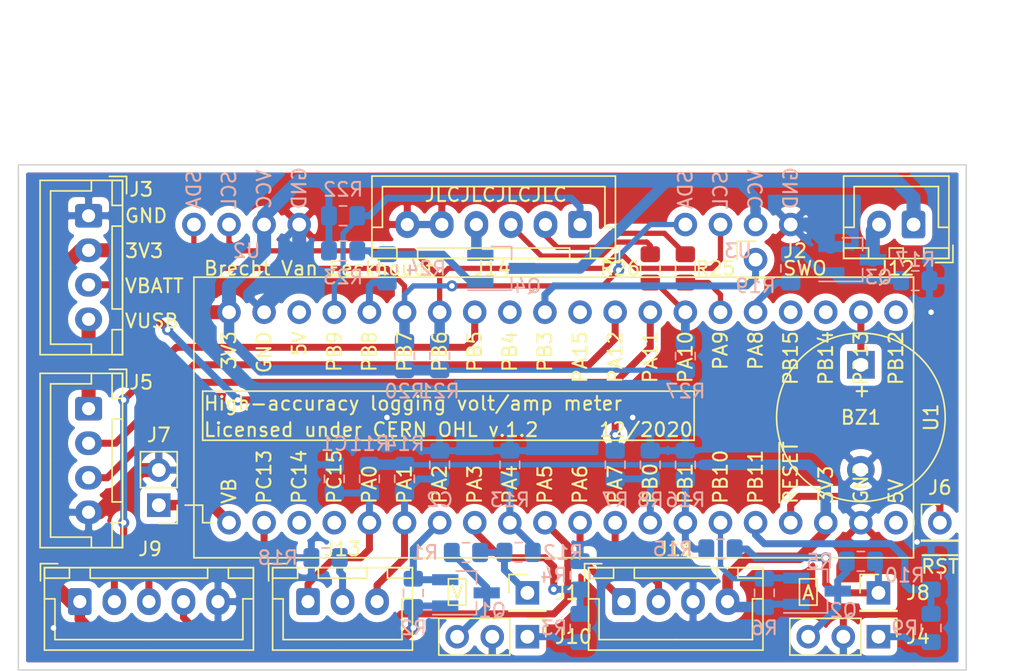
<source format=kicad_pcb>
(kicad_pcb (version 20171130) (host pcbnew 5.1.5-52549c5~86~ubuntu19.04.1)
  (title_block (title "High-accuracy logging volt/amp meter") (date 2020-12-26) (rev v1.0) (company "Brecht Van Eeckhoudt") (comment 1 kicad.brechtve.be))
  (layers (0 F.Cu signal) (31 B.Cu signal) (34 B.Paste user) (35 F.Paste user) (36 B.SilkS user) (37 F.SilkS user) (38 B.Mask user) (39 F.Mask user) (44 Edge.Cuts user))
  (net 0 "")
  (net 1 /GND)
  (net 2 /VUSB)
  (net 3 /USB_DM)
  (net 4 /USB_DP)
  (net 5 /TXD1_3V3)
  (net 6 /RXD1_3V3)
  (net 7 /TXD2_3V3)
  (net 8 /RXD2_3V3)
  (net 9 /3V3)
  (net 10 /RXD3_3V3)
  (net 11 /TXD3_3V3)
  (net 12 /TXD2_5V)
  (net 13 /RXD2_5V)
  (net 14 /RXD3_5V)
  (net 15 /TXD3_5V)
  (net 16 /SDA1_3V3)
  (net 17 /SCL1_3V3)
  (net 18 "Net-(Q3-Pad1)")
  (net 19 /Vbatt)
  (net 20 /DTR)
  (net 21 "Net-(Q4-Pad1)")
  (net 22 /ADC)
  (net 23 /GPIO2)
  (net 24 /GPIO1)
  (net 25 /UART1-3V3)
  (net 26 /V-5Vin)
  (net 27 /A-5Vin)
  (net 28 /ENC-S1)
  (net 29 /ENC-S2)
  (net 30 /ENC-Key)
  (net 31 /UART1-ENout)
  (net 32 /V-ENin)
  (net 33 /A-ENin)
  (net 34 /BUZZER)
  (net 35 /SW0)
  (net 36 /SW1)
  (net 37 /RELAY)
  (net 38 "Net-(J2-Pad1)")
  (net 39 "Net-(J6-Pad1)")
  (net 40 "Net-(J12-Pad2)")
  (net 41 "Net-(J13-Pad2)")
  (net 42 "Net-(J14-Pad3)")
  (net 43 "Net-(J14-Pad2)")
  (net 44 "Net-(J7-Pad1)")
  (module high-accuracy-logging-volt-ampmeter:1.3INCH-128x64-I2C-OLED-NoHoles (layer B.Cu) (at 127 76.835 180)
    (fp_text reference U2 (at 3.81 -1.905) (layer B.SilkS) (effects (justify mirror)))
    (fp_text value 1.3"-128x64)
    (fp_text user GND (at 0 1.016 270) (layer B.SilkS) (effects (justify right mirror)))
    (fp_text user VCC (at 2.54 1.016 270) (layer B.SilkS) (effects (justify right mirror)))
    (fp_text user SCL (at 5.08 1.016 270) (layer B.SilkS) (effects (justify right mirror)))
    (fp_text user SDA (at 7.62 1.016 270) (layer B.SilkS) (effects (justify right mirror)))
    (pad 1 thru_hole circle (at 0 0 180) (size 1.7 1.7) (drill 1) (layers *.Cu *.Mask) (net 1 /GND))
    (pad 2 thru_hole circle (at 2.54 0 180) (size 1.7 1.7) (drill 1) (layers *.Cu *.Mask) (net 9 /3V3))
    (pad 3 thru_hole circle (at 5.08 0 180) (size 1.7 1.7) (drill 1) (layers *.Cu *.Mask) (net 17 /SCL1_3V3))
    (pad 4 thru_hole circle (at 7.62 0 180) (size 1.7 1.7) (drill 1) (layers *.Cu *.Mask) (net 16 /SDA1_3V3))
  )
  (module Connector_PinHeader_2.54mm:PinHeader_1x02_P2.54mm_Vertical (layer F.Cu) (at 116.84 97.155 180)
    (fp_text reference J7 (at 0 5.08) (layer F.SilkS))
    (fp_text value 3V-Coincell)
    (pad 2 thru_hole oval (at 0 2.54 180) (size 1.7 1.7) (drill 1) (layers *.Cu *.Mask) (net 1 /GND))
    (pad 1 thru_hole rect (at 0 0 180) (size 1.7 1.7) (drill 1) (layers *.Cu *.Mask) (net 44 "Net-(J7-Pad1)"))
  )
  (module Buzzer_Beeper:Buzzer_12x9.5RM7.6 (layer F.Cu) (at 167.64 86.995 270)
    (fp_text reference BZ1 (at 3.81 0 180) (layer F.SilkS))
    (fp_text value Buzzer)
    (fp_text user + (at 1.905 0 90) (layer F.SilkS))
    (pad 2 thru_hole circle (at 7.6 0 270) (size 2 2) (drill 1) (layers *.Cu *.Mask) (net 1 /GND))
    (pad 1 thru_hole rect (at 0 0 270) (size 2 2) (drill 1) (layers *.Cu *.Mask) (net 34 /BUZZER))
  )
  (module high-accuracy-logging-volt-ampmeter:STM32F103 (layer F.Cu) (at 170.18 83.185 270)
    (fp_text reference U1 (at 7.62 -2.54 90) (layer F.SilkS))
    (fp_text value STM32F103)
    (fp_text user 5V (at 1.27 43.18 90) (layer F.SilkS) (effects (justify right)))
    (fp_text user PB9 (at 1.27 40.64 90) (layer F.SilkS) (effects (justify right)))
    (fp_text user PB8 (at 1.27 38.1 90) (layer F.SilkS) (effects (justify right)))
    (fp_text user PB7 (at 1.27 35.56 90) (layer F.SilkS) (effects (justify right)))
    (fp_text user PB6 (at 1.27 33.02 90) (layer F.SilkS) (effects (justify right)))
    (fp_text user PB5 (at 1.27 30.48 90) (layer F.SilkS) (effects (justify right)))
    (fp_text user PB4 (at 1.27 27.94 90) (layer F.SilkS) (effects (justify right)))
    (fp_text user PB3 (at 1.27 25.4 90) (layer F.SilkS) (effects (justify right)))
    (fp_text user PA15 (at 1.27 22.86 90) (layer F.SilkS) (effects (justify right)))
    (fp_text user PA12 (at 1.27 20.32 90) (layer F.SilkS) (effects (justify right)))
    (fp_text user PA11 (at 1.27 17.78 90) (layer F.SilkS) (effects (justify right)))
    (fp_text user PA10 (at 1.27 15.24 90) (layer F.SilkS) (effects (justify right)))
    (fp_text user PA9 (at 1.27 12.7 90) (layer F.SilkS) (effects (justify right)))
    (fp_text user PA8 (at 1.27 10.16 90) (layer F.SilkS) (effects (justify right)))
    (fp_text user PB15 (at 1.27 7.62 90) (layer F.SilkS) (effects (justify right)))
    (fp_text user PB14 (at 1.27 5.08 90) (layer F.SilkS) (effects (justify right)))
    (fp_text user PB13 (at 1.27 2.54 90) (layer F.SilkS) (effects (justify right)))
    (fp_text user PB12 (at 1.27 0 90) (layer F.SilkS) (effects (justify right)))
    (fp_text user GND (at 1.27 45.72 90) (layer F.SilkS) (effects (justify right)))
    (fp_text user 3V3 (at 1.27 48.26 90) (layer F.SilkS) (effects (justify right)))
    (fp_text user VB (at 13.97 48.26 90) (layer F.SilkS) (effects (justify left)))
    (fp_text user PC13 (at 13.97 45.72 90) (layer F.SilkS) (effects (justify left)))
    (fp_text user PC14 (at 13.97 43.18 90) (layer F.SilkS) (effects (justify left)))
    (fp_text user PC15 (at 13.97 40.64 90) (layer F.SilkS) (effects (justify left)))
    (fp_text user PA0 (at 13.97 38.1 90) (layer F.SilkS) (effects (justify left)))
    (fp_text user PA1 (at 13.97 35.56 90) (layer F.SilkS) (effects (justify left)))
    (fp_text user PA2 (at 13.97 33.02 90) (layer F.SilkS) (effects (justify left)))
    (fp_text user PA3 (at 13.97 30.48 90) (layer F.SilkS) (effects (justify left)))
    (fp_text user PA4 (at 13.97 27.94 90) (layer F.SilkS) (effects (justify left)))
    (fp_text user PA5 (at 13.97 25.4 90) (layer F.SilkS) (effects (justify left)))
    (fp_text user PA6 (at 13.97 22.86 90) (layer F.SilkS) (effects (justify left)))
    (fp_text user PA7 (at 13.97 20.32 90) (layer F.SilkS) (effects (justify left)))
    (fp_text user PB0 (at 13.97 17.78 90) (layer F.SilkS) (effects (justify left)))
    (fp_text user PB1 (at 13.97 15.24 90) (layer F.SilkS) (effects (justify left)))
    (fp_text user PB10 (at 13.97 12.7 90) (layer F.SilkS) (effects (justify left)))
    (fp_text user PB11 (at 13.97 10.16 90) (layer F.SilkS) (effects (justify left)))
    (fp_text user ~RESET (at 13.97 7.62 90) (layer F.SilkS) (effects (justify left)))
    (fp_text user 3V3 (at 13.97 5.08 90) (layer F.SilkS) (effects (justify left)))
    (fp_text user GND (at 13.97 2.54 90) (layer F.SilkS) (effects (justify left)))
    (fp_text user 5V (at 13.97 0 90) (layer F.SilkS) (effects (justify left)))
    (pad 40 thru_hole circle (at 15.24 0 270) (size 1.7 1.7) (drill 1) (layers *.Cu *.Mask))
    (pad 39 thru_hole circle (at 15.24 2.54 270) (size 1.7 1.7) (drill 1) (layers *.Cu *.Mask) (net 1 /GND))
    (pad 38 thru_hole circle (at 15.24 5.08 270) (size 1.7 1.7) (drill 1) (layers *.Cu *.Mask) (net 9 /3V3))
    (pad 37 thru_hole circle (at 15.24 7.62 270) (size 1.7 1.7) (drill 1) (layers *.Cu *.Mask) (net 39 "Net-(J6-Pad1)"))
    (pad 36 thru_hole circle (at 15.24 10.16 270) (size 1.7 1.7) (drill 1) (layers *.Cu *.Mask) (net 10 /RXD3_3V3))
    (pad 35 thru_hole circle (at 15.24 12.7 270) (size 1.7 1.7) (drill 1) (layers *.Cu *.Mask) (net 11 /TXD3_3V3))
    (pad 34 thru_hole circle (at 15.24 15.24 270) (size 1.7 1.7) (drill 1) (layers *.Cu *.Mask) (net 33 /A-ENin))
    (pad 33 thru_hole circle (at 15.24 17.78 270) (size 1.7 1.7) (drill 1) (layers *.Cu *.Mask) (net 22 /ADC))
    (pad 32 thru_hole circle (at 15.24 20.32 270) (size 1.7 1.7) (drill 1) (layers *.Cu *.Mask) (net 23 /GPIO2))
    (pad 31 thru_hole circle (at 15.24 22.86 270) (size 1.7 1.7) (drill 1) (layers *.Cu *.Mask) (net 24 /GPIO1))
    (pad 30 thru_hole circle (at 15.24 25.4 270) (size 1.7 1.7) (drill 1) (layers *.Cu *.Mask) (net 28 /ENC-S1))
    (pad 29 thru_hole circle (at 15.24 27.94 270) (size 1.7 1.7) (drill 1) (layers *.Cu *.Mask) (net 32 /V-ENin))
    (pad 28 thru_hole circle (at 15.24 30.48 270) (size 1.7 1.7) (drill 1) (layers *.Cu *.Mask) (net 8 /RXD2_3V3))
    (pad 27 thru_hole circle (at 15.24 33.02 270) (size 1.7 1.7) (drill 1) (layers *.Cu *.Mask) (net 7 /TXD2_3V3))
    (pad 26 thru_hole circle (at 15.24 35.56 270) (size 1.7 1.7) (drill 1) (layers *.Cu *.Mask) (net 36 /SW1))
    (pad 25 thru_hole circle (at 15.24 38.1 270) (size 1.7 1.7) (drill 1) (layers *.Cu *.Mask) (net 35 /SW0))
    (pad 24 thru_hole circle (at 15.24 40.64 270) (size 1.7 1.7) (drill 1) (layers *.Cu *.Mask))
    (pad 23 thru_hole circle (at 15.24 43.18 270) (size 1.7 1.7) (drill 1) (layers *.Cu *.Mask))
    (pad 22 thru_hole circle (at 15.24 45.72 270) (size 1.7 1.7) (drill 1) (layers *.Cu *.Mask) (net 29 /ENC-S2))
    (pad 21 thru_hole circle (at 15.24 48.26 270) (size 1.7 1.7) (drill 1) (layers *.Cu *.Mask) (net 44 "Net-(J7-Pad1)"))
    (pad 20 thru_hole circle (at 0 48.26 270) (size 1.7 1.7) (drill 1) (layers *.Cu *.Mask) (net 9 /3V3))
    (pad 19 thru_hole circle (at 0 45.72 270) (size 1.7 1.7) (drill 1) (layers *.Cu *.Mask) (net 1 /GND))
    (pad 18 thru_hole circle (at 0 43.18 270) (size 1.7 1.7) (drill 1) (layers *.Cu *.Mask))
    (pad 17 thru_hole circle (at 0 40.64 270) (size 1.7 1.7) (drill 1) (layers *.Cu *.Mask) (net 20 /DTR))
    (pad 16 thru_hole circle (at 0 38.1 270) (size 1.7 1.7) (drill 1) (layers *.Cu *.Mask) (net 31 /UART1-ENout))
    (pad 15 thru_hole circle (at 0 35.56 270) (size 1.7 1.7) (drill 1) (layers *.Cu *.Mask) (net 16 /SDA1_3V3))
    (pad 14 thru_hole circle (at 0 33.02 270) (size 1.7 1.7) (drill 1) (layers *.Cu *.Mask) (net 17 /SCL1_3V3))
    (pad 13 thru_hole circle (at 0 30.48 270) (size 1.7 1.7) (drill 1) (layers *.Cu *.Mask) (net 30 /ENC-Key))
    (pad 12 thru_hole circle (at 0 27.94 270) (size 1.7 1.7) (drill 1) (layers *.Cu *.Mask))
    (pad 11 thru_hole circle (at 0 25.4 270) (size 1.7 1.7) (drill 1) (layers *.Cu *.Mask) (net 38 "Net-(J2-Pad1)"))
    (pad 10 thru_hole circle (at 0 22.86 270) (size 1.7 1.7) (drill 1) (layers *.Cu *.Mask))
    (pad 9 thru_hole circle (at 0 20.32 270) (size 1.7 1.7) (drill 1) (layers *.Cu *.Mask) (net 4 /USB_DP))
    (pad 8 thru_hole circle (at 0 17.78 270) (size 1.7 1.7) (drill 1) (layers *.Cu *.Mask) (net 3 /USB_DM))
    (pad 7 thru_hole circle (at 0 15.24 270) (size 1.7 1.7) (drill 1) (layers *.Cu *.Mask) (net 6 /RXD1_3V3))
    (pad 6 thru_hole circle (at 0 12.7 270) (size 1.7 1.7) (drill 1) (layers *.Cu *.Mask) (net 5 /TXD1_3V3))
    (pad 5 thru_hole circle (at 0 10.16 270) (size 1.7 1.7) (drill 1) (layers *.Cu *.Mask) (net 37 /RELAY))
    (pad 4 thru_hole circle (at 0 7.62 270) (size 1.7 1.7) (drill 1) (layers *.Cu *.Mask))
    (pad 3 thru_hole circle (at 0 5.08 270) (size 1.7 1.7) (drill 1) (layers *.Cu *.Mask))
    (pad 2 thru_hole circle (at 0 2.54 270) (size 1.7 1.7) (drill 1) (layers *.Cu *.Mask) (net 34 /BUZZER))
    (pad 1 thru_hole circle (at 0 0 270) (size 1.7 1.7) (drill 1) (layers *.Cu *.Mask))
  )
  (module Connector_JST:JST_XH_B4B-XH-A_1x04_P2.50mm_Vertical (layer F.Cu) (at 150.495 104.14)
    (fp_text reference J11 (at 3.75 -3.81) (layer F.SilkS))
    (fp_text value GPIO)
    (pad 4 thru_hole oval (at 7.5 0) (size 1.7 1.95) (drill 0.95) (layers *.Cu *.Mask) (net 9 /3V3))
    (pad 3 thru_hole oval (at 5 0) (size 1.7 1.95) (drill 0.95) (layers *.Cu *.Mask) (net 1 /GND))
    (pad 2 thru_hole oval (at 2.5 0) (size 1.7 1.95) (drill 0.95) (layers *.Cu *.Mask) (net 23 /GPIO2))
    (pad 1 thru_hole roundrect (at 0 0) (size 1.7 1.95) (drill 0.95) (layers *.Cu *.Mask) (roundrect_rratio 0.147059) (net 24 /GPIO1))
  )
  (module Connector_PinHeader_2.54mm:PinHeader_1x03_P2.54mm_Vertical (layer F.Cu) (at 143.51 106.68 270)
    (fp_text reference J10 (at 0 -1.905 180) (layer F.SilkS) (effects (justify left)))
    (fp_text value "BY56W Current")
    (pad 3 thru_hole oval (at 0 5.08 270) (size 1.7 1.7) (drill 1) (layers *.Cu *.Mask) (net 12 /TXD2_5V))
    (pad 2 thru_hole oval (at 0 2.54 270) (size 1.7 1.7) (drill 1) (layers *.Cu *.Mask) (net 1 /GND))
    (pad 1 thru_hole rect (at 0 0 270) (size 1.7 1.7) (drill 1) (layers *.Cu *.Mask) (net 13 /RXD2_5V))
  )
  (module Connector_JST:JST_XH_B4B-XH-A_1x04_P2.50mm_Vertical (layer F.Cu) (at 111.76 76.2 270)
    (fp_text reference J3 (at -1.905 -3.81 180) (layer F.SilkS))
    (fp_text value Vin/batt/out)
    (pad 4 thru_hole oval (at 7.5 0 270) (size 1.7 1.95) (drill 0.95) (layers *.Cu *.Mask) (net 2 /VUSB))
    (pad 3 thru_hole oval (at 5 0 270) (size 1.7 1.95) (drill 0.95) (layers *.Cu *.Mask) (net 19 /Vbatt))
    (pad 2 thru_hole oval (at 2.5 0 270) (size 1.7 1.95) (drill 0.95) (layers *.Cu *.Mask) (net 9 /3V3))
    (pad 1 thru_hole roundrect (at 0 0 270) (size 1.7 1.95) (drill 0.95) (layers *.Cu *.Mask) (roundrect_rratio 0.147059) (net 1 /GND))
  )
  (module Package_TO_SOT_SMD:SOT-23_Handsoldering (layer B.Cu) (at 167.005 79.375)
    (fp_text reference Q3 (at 1.905 1.27) (layer B.SilkS) (effects (justify mirror)))
    (fp_text value 2N7002-7-F)
    (pad 3 smd rect (at 1.5 0) (size 1.9 0.8) (layers B.Cu B.Paste B.Mask) (net 40 "Net-(J12-Pad2)"))
    (pad 2 smd rect (at -1.5 -0.95) (size 1.9 0.8) (layers B.Cu B.Paste B.Mask) (net 1 /GND))
    (pad 1 smd rect (at -1.5 0.95) (size 1.9 0.8) (layers B.Cu B.Paste B.Mask) (net 18 "Net-(Q3-Pad1)"))
  )
  (module Resistor_SMD:R_0805_2012Metric_Pad1.15x1.40mm_HandSolder (layer B.Cu) (at 154.94 94.234 90)
    (fp_text reference R16 (at -2.54 0 180) (layer B.SilkS) (effects (justify mirror)))
    (fp_text value "2 kΩ")
    (pad 2 smd roundrect (at 1.025 0 90) (size 1.15 1.4) (layers B.Cu B.Paste B.Mask) (roundrect_rratio 0.217391) (net 1 /GND))
    (pad 1 smd roundrect (at -1.025 0 90) (size 1.15 1.4) (layers B.Cu B.Paste B.Mask) (roundrect_rratio 0.217391) (net 33 /A-ENin))
  )
  (module Resistor_SMD:R_0805_2012Metric_Pad1.15x1.40mm_HandSolder (layer B.Cu) (at 157.48 100.33 180)
    (fp_text reference R15 (at 1.905 0) (layer B.SilkS) (effects (justify left mirror)))
    (fp_text value "1 kΩ")
    (pad 2 smd roundrect (at 1.025 0 180) (size 1.15 1.4) (layers B.Cu B.Paste B.Mask) (roundrect_rratio 0.217391) (net 33 /A-ENin))
    (pad 1 smd roundrect (at -1.025 0 180) (size 1.15 1.4) (layers B.Cu B.Paste B.Mask) (roundrect_rratio 0.217391) (net 27 /A-5Vin))
  )
  (module Resistor_SMD:R_0805_2012Metric_Pad1.15x1.40mm_HandSolder (layer B.Cu) (at 142.24 94.234 90)
    (fp_text reference R13 (at -2.54 0 180) (layer B.SilkS) (effects (justify mirror)))
    (fp_text value "2 kΩ")
    (pad 2 smd roundrect (at 1.025 0 90) (size 1.15 1.4) (layers B.Cu B.Paste B.Mask) (roundrect_rratio 0.217391) (net 1 /GND))
    (pad 1 smd roundrect (at -1.025 0 90) (size 1.15 1.4) (layers B.Cu B.Paste B.Mask) (roundrect_rratio 0.217391) (net 32 /V-ENin))
  )
  (module Resistor_SMD:R_0805_2012Metric_Pad1.15x1.40mm_HandSolder (layer B.Cu) (at 142.875 100.575)
    (fp_text reference R12 (at 1.66 0.009) (layer B.SilkS) (effects (justify right mirror)))
    (fp_text value "1 kΩ")
    (pad 2 smd roundrect (at 1.025 0) (size 1.15 1.4) (layers B.Cu B.Paste B.Mask) (roundrect_rratio 0.217391) (net 32 /V-ENin))
    (pad 1 smd roundrect (at -1.025 0) (size 1.15 1.4) (layers B.Cu B.Paste B.Mask) (roundrect_rratio 0.217391) (net 26 /V-5Vin))
  )
  (module Resistor_SMD:R_0805_2012Metric_Pad1.15x1.40mm_HandSolder (layer B.Cu) (at 152.4 94.2303 90)
    (fp_text reference R8 (at -2.549 0 180) (layer B.SilkS) (effects (justify mirror)))
    (fp_text value "20 kΩ")
    (pad 2 smd roundrect (at 1.025 0 90) (size 1.15 1.4) (layers B.Cu B.Paste B.Mask) (roundrect_rratio 0.217391) (net 1 /GND))
    (pad 1 smd roundrect (at -1.025 0 90) (size 1.15 1.4) (layers B.Cu B.Paste B.Mask) (roundrect_rratio 0.217391) (net 22 /ADC))
  )
  (module Resistor_SMD:R_0805_2012Metric_Pad1.15x1.40mm_HandSolder (layer B.Cu) (at 149.86 94.2303 270)
    (fp_text reference R7 (at 2.549 0 180) (layer B.SilkS) (effects (justify mirror)))
    (fp_text value "10 kΩ")
    (pad 1 smd roundrect (at -1.025 0 270) (size 1.15 1.4) (layers B.Cu B.Paste B.Mask) (roundrect_rratio 0.217391) (net 19 /Vbatt))
    (pad 2 smd roundrect (at 1.025 0 270) (size 1.15 1.4) (layers B.Cu B.Paste B.Mask) (roundrect_rratio 0.217391) (net 22 /ADC))
  )
  (module Resistor_SMD:R_0805_2012Metric_Pad1.15x1.40mm_HandSolder (layer B.Cu) (at 130.175 76.2)
    (fp_text reference R22 (at 0 -1.905) (layer B.SilkS) (effects (justify mirror)))
    (fp_text value "10 kΩ")
    (pad 2 smd roundrect (at 1.025 0) (size 1.15 1.4) (layers B.Cu B.Paste B.Mask) (roundrect_rratio 0.217391) (net 20 /DTR))
    (pad 1 smd roundrect (at -1.025 0) (size 1.15 1.4) (layers B.Cu B.Paste B.Mask) (roundrect_rratio 0.217391) (net 9 /3V3))
  )
  (module high-accuracy-logging-volt-ampmeter:1.3INCH-128x64-I2C-OLED-NoHoles (layer B.Cu) (at 162.56 76.835 180)
    (fp_text reference U3 (at 3.81 -1.905) (layer B.SilkS) (effects (justify mirror)))
    (fp_text value 1.3"-128x64)
    (fp_text user GND (at 0 1.016 90) (layer B.SilkS) (effects (justify right mirror)))
    (fp_text user VCC (at 2.54 1.016 270) (layer B.SilkS) (effects (justify right mirror)))
    (fp_text user SCL (at 5.08 1.016 270) (layer B.SilkS) (effects (justify right mirror)))
    (fp_text user SDA (at 7.62 1.016 270) (layer B.SilkS) (effects (justify right mirror)))
    (pad 1 thru_hole circle (at 0 0 180) (size 1.7 1.7) (drill 1) (layers *.Cu *.Mask) (net 1 /GND))
    (pad 2 thru_hole circle (at 2.54 0 180) (size 1.7 1.7) (drill 1) (layers *.Cu *.Mask) (net 9 /3V3))
    (pad 3 thru_hole circle (at 5.08 0 180) (size 1.7 1.7) (drill 1) (layers *.Cu *.Mask) (net 17 /SCL1_3V3))
    (pad 4 thru_hole circle (at 7.62 0 180) (size 1.7 1.7) (drill 1) (layers *.Cu *.Mask) (net 16 /SDA1_3V3))
  )
  (module Resistor_SMD:R_0805_2012Metric_Pad1.15x1.40mm_HandSolder (layer B.Cu) (at 162.56 80.01 90)
    (fp_text reference R19 (at -1.27 -2.54 180) (layer B.SilkS) (effects (justify mirror)))
    (fp_text value "100 Ω")
    (pad 2 smd roundrect (at 1.025 0 90) (size 1.15 1.4) (layers B.Cu B.Paste B.Mask) (roundrect_rratio 0.217391) (net 18 "Net-(Q3-Pad1)"))
    (pad 1 smd roundrect (at -1.025 0 90) (size 1.15 1.4) (layers B.Cu B.Paste B.Mask) (roundrect_rratio 0.217391) (net 37 /RELAY))
  )
  (module Resistor_SMD:R_0805_2012Metric_Pad1.15x1.40mm_HandSolder (layer B.Cu) (at 133.35 80.01 90)
    (fp_text reference R24 (at 0 1.27 180) (layer B.SilkS) (effects (justify right mirror)))
    (fp_text value "100 Ω")
    (pad 2 smd roundrect (at 1.025 0 90) (size 1.15 1.4) (layers B.Cu B.Paste B.Mask) (roundrect_rratio 0.217391) (net 21 "Net-(Q4-Pad1)"))
    (pad 1 smd roundrect (at -1.025 0 90) (size 1.15 1.4) (layers B.Cu B.Paste B.Mask) (roundrect_rratio 0.217391) (net 31 /UART1-ENout))
  )
  (module Resistor_SMD:R_0805_2012Metric_Pad1.15x1.40mm_HandSolder (layer B.Cu) (at 128.905 100.965 180)
    (fp_text reference R18 (at 1.905 0) (layer B.SilkS) (effects (justify left mirror)))
    (fp_text value "1 kΩ")
    (pad 2 smd roundrect (at 1.025 0 180) (size 1.15 1.4) (layers B.Cu B.Paste B.Mask) (roundrect_rratio 0.217391) (net 1 /GND))
    (pad 1 smd roundrect (at -1.025 0 180) (size 1.15 1.4) (layers B.Cu B.Paste B.Mask) (roundrect_rratio 0.217391) (net 41 "Net-(J13-Pad2)"))
  )
  (module Capacitor_SMD:C_0805_2012Metric_Pad1.15x1.40mm_HandSolder (layer B.Cu) (at 137.16 94.234 90)
    (fp_text reference C2 (at -2.54 0 180) (layer B.SilkS) (effects (justify mirror)))
    (fp_text value "100 nF")
    (pad 2 smd roundrect (at 1.025 0 90) (size 1.15 1.4) (layers B.Cu B.Paste B.Mask) (roundrect_rratio 0.217391) (net 1 /GND))
    (pad 1 smd roundrect (at -1.025 0 90) (size 1.15 1.4) (layers B.Cu B.Paste B.Mask) (roundrect_rratio 0.217391) (net 36 /SW1))
  )
  (module Capacitor_SMD:C_0805_2012Metric_Pad1.15x1.40mm_HandSolder (layer B.Cu) (at 129.54 95.25 270)
    (fp_text reference C1 (at -2.54 0 180) (layer B.SilkS) (effects (justify mirror)))
    (fp_text value "100 nF")
    (pad 2 smd roundrect (at 1.025 0 270) (size 1.15 1.4) (layers B.Cu B.Paste B.Mask) (roundrect_rratio 0.217391) (net 35 /SW0))
    (pad 1 smd roundrect (at -1.025 0 270) (size 1.15 1.4) (layers B.Cu B.Paste B.Mask) (roundrect_rratio 0.217391) (net 1 /GND))
  )
  (module Resistor_SMD:R_0805_2012Metric_Pad1.15x1.40mm_HandSolder (layer B.Cu) (at 134.62 95.25 90)
    (fp_text reference R14 (at 2.54 0 180) (layer B.SilkS) (effects (justify mirror)))
    (fp_text value "10 kΩ")
    (pad 2 smd roundrect (at 1.025 0 90) (size 1.15 1.4) (layers B.Cu B.Paste B.Mask) (roundrect_rratio 0.217391) (net 9 /3V3))
    (pad 1 smd roundrect (at -1.025 0 90) (size 1.15 1.4) (layers B.Cu B.Paste B.Mask) (roundrect_rratio 0.217391) (net 36 /SW1))
  )
  (module Resistor_SMD:R_0805_2012Metric_Pad1.15x1.40mm_HandSolder (layer B.Cu) (at 132.08 95.25 270)
    (fp_text reference R11 (at -2.54 0 180) (layer B.SilkS) (effects (justify mirror)))
    (fp_text value "10 kΩ")
    (pad 2 smd roundrect (at 1.025 0 270) (size 1.15 1.4) (layers B.Cu B.Paste B.Mask) (roundrect_rratio 0.217391) (net 35 /SW0))
    (pad 1 smd roundrect (at -1.025 0 270) (size 1.15 1.4) (layers B.Cu B.Paste B.Mask) (roundrect_rratio 0.217391) (net 9 /3V3))
  )
  (module Resistor_SMD:R_0805_2012Metric_Pad1.15x1.40mm_HandSolder (layer B.Cu) (at 171.577 80.899)
    (fp_text reference R17 (at 0 -1.524 -180) (layer B.SilkS) (effects (justify mirror)))
    (fp_text value "10 kΩ")
    (pad 2 smd roundrect (at 1.025 0) (size 1.15 1.4) (layers B.Cu B.Paste B.Mask) (roundrect_rratio 0.217391) (net 1 /GND))
    (pad 1 smd roundrect (at -1.025 0) (size 1.15 1.4) (layers B.Cu B.Paste B.Mask) (roundrect_rratio 0.217391) (net 18 "Net-(Q3-Pad1)"))
  )
  (module Resistor_SMD:R_0805_2012Metric_Pad1.15x1.40mm_HandSolder (layer B.Cu) (at 130.175 78.74)
    (fp_text reference R23 (at 0 1.905 180) (layer B.SilkS) (effects (justify mirror)))
    (fp_text value "10 kΩ")
    (pad 2 smd roundrect (at 1.025 0) (size 1.15 1.4) (layers B.Cu B.Paste B.Mask) (roundrect_rratio 0.217391) (net 21 "Net-(Q4-Pad1)"))
    (pad 1 smd roundrect (at -1.025 0) (size 1.15 1.4) (layers B.Cu B.Paste B.Mask) (roundrect_rratio 0.217391) (net 9 /3V3))
  )
  (module Resistor_SMD:R_0805_2012Metric_Pad1.15x1.40mm_HandSolder (layer B.Cu) (at 160.655 103.505 270)
    (fp_text reference R6 (at 2.54 0) (layer B.SilkS) (effects (justify mirror)))
    (fp_text value "10 kΩ")
    (pad 2 smd roundrect (at 1.025 0 270) (size 1.15 1.4) (layers B.Cu B.Paste B.Mask) (roundrect_rratio 0.217391) (net 9 /3V3))
    (pad 1 smd roundrect (at -1.025 0 270) (size 1.15 1.4) (layers B.Cu B.Paste B.Mask) (roundrect_rratio 0.217391) (net 11 /TXD3_3V3))
  )
  (module Resistor_SMD:R_0805_2012Metric_Pad1.15x1.40mm_HandSolder (layer B.Cu) (at 139.065 100.584)
    (fp_text reference R1 (at -1.905 0) (layer B.SilkS) (effects (justify left mirror)))
    (fp_text value "10 kΩ")
    (pad 1 smd roundrect (at -1.025 0) (size 1.15 1.4) (layers B.Cu B.Paste B.Mask) (roundrect_rratio 0.217391) (net 12 /TXD2_5V))
    (pad 2 smd roundrect (at 1.025 0) (size 1.15 1.4) (layers B.Cu B.Paste B.Mask) (roundrect_rratio 0.217391) (net 26 /V-5Vin))
  )
  (module Connector_JST:JST_XH_B5B-XH-A_1x05_P2.50mm_Vertical (layer F.Cu) (at 111.125 104.14)
    (fp_text reference J9 (at 5.08 -3.81) (layer F.SilkS))
    (fp_text value Encoder)
    (pad 5 thru_hole oval (at 10 0) (size 1.7 1.95) (drill 0.95) (layers *.Cu *.Mask) (net 1 /GND))
    (pad 4 thru_hole oval (at 7.5 0) (size 1.7 1.95) (drill 0.95) (layers *.Cu *.Mask) (net 28 /ENC-S1))
    (pad 3 thru_hole oval (at 5 0) (size 1.7 1.95) (drill 0.95) (layers *.Cu *.Mask) (net 29 /ENC-S2))
    (pad 2 thru_hole oval (at 2.5 0) (size 1.7 1.95) (drill 0.95) (layers *.Cu *.Mask) (net 30 /ENC-Key))
    (pad 1 thru_hole roundrect (at 0 0) (size 1.7 1.95) (drill 0.95) (layers *.Cu *.Mask) (roundrect_rratio 0.147059) (net 9 /3V3))
  )
  (module Connector_JST:JST_XH_B2B-XH-A_1x02_P2.50mm_Vertical (layer F.Cu) (at 171.45 76.835 180)
    (fp_text reference J12 (at 1.27 -3.175) (layer F.SilkS))
    (fp_text value Relay)
    (pad 2 thru_hole oval (at 2.5 0 180) (size 1.7 2) (drill 1) (layers *.Cu *.Mask) (net 40 "Net-(J12-Pad2)"))
    (pad 1 thru_hole roundrect (at 0 0 180) (size 1.7 2) (drill 1) (layers *.Cu *.Mask) (roundrect_rratio 0.147059) (net 9 /3V3))
  )
  (module Resistor_SMD:R_0805_2012Metric_Pad1.15x1.40mm_HandSolder (layer B.Cu) (at 167.64 101.219 180)
    (fp_text reference R5 (at 1.905 0 180) (layer B.SilkS) (effects (justify left mirror)))
    (fp_text value "10 kΩ")
    (pad 1 smd roundrect (at -1.025 0 180) (size 1.15 1.4) (layers B.Cu B.Paste B.Mask) (roundrect_rratio 0.217391) (net 27 /A-5Vin))
    (pad 2 smd roundrect (at 1.025 0 180) (size 1.15 1.4) (layers B.Cu B.Paste B.Mask) (roundrect_rratio 0.217391) (net 15 /TXD3_5V))
  )
  (module Resistor_SMD:R_0805_2012Metric_Pad1.15x1.40mm_HandSolder (layer B.Cu) (at 135.255 103.505 90)
    (fp_text reference R2 (at -2.54 0 180) (layer B.SilkS) (effects (justify mirror)))
    (fp_text value "10 kΩ")
    (pad 2 smd roundrect (at 1.025 0 90) (size 1.15 1.4) (layers B.Cu B.Paste B.Mask) (roundrect_rratio 0.217391) (net 7 /TXD2_3V3))
    (pad 1 smd roundrect (at -1.025 0 90) (size 1.15 1.4) (layers B.Cu B.Paste B.Mask) (roundrect_rratio 0.217391) (net 9 /3V3))
  )
  (module Resistor_SMD:R_0805_2012Metric_Pad1.15x1.40mm_HandSolder (layer B.Cu) (at 172.72 102.235 90)
    (fp_text reference R10 (at 0 -1.905 180) (layer B.SilkS) (effects (justify mirror)))
    (fp_text value "2 kΩ")
    (pad 2 smd roundrect (at 1.025 0 90) (size 1.15 1.4) (layers B.Cu B.Paste B.Mask) (roundrect_rratio 0.217391) (net 1 /GND))
    (pad 1 smd roundrect (at -1.025 0 90) (size 1.15 1.4) (layers B.Cu B.Paste B.Mask) (roundrect_rratio 0.217391) (net 10 /RXD3_3V3))
  )
  (module Resistor_SMD:R_0805_2012Metric_Pad1.15x1.40mm_HandSolder (layer B.Cu) (at 172.72 106.045 90)
    (fp_text reference R9 (at 0 -1.905 180) (layer B.SilkS) (effects (justify mirror)))
    (fp_text value "1 kΩ")
    (pad 2 smd roundrect (at 1.025 0 90) (size 1.15 1.4) (layers B.Cu B.Paste B.Mask) (roundrect_rratio 0.217391) (net 10 /RXD3_3V3))
    (pad 1 smd roundrect (at -1.025 0 90) (size 1.15 1.4) (layers B.Cu B.Paste B.Mask) (roundrect_rratio 0.217391) (net 14 /RXD3_5V))
  )
  (module Resistor_SMD:R_0805_2012Metric_Pad1.15x1.40mm_HandSolder (layer B.Cu) (at 147.32 102.235 90)
    (fp_text reference R4 (at 0 -1.905 180) (layer B.SilkS) (effects (justify mirror)))
    (fp_text value "2 kΩ")
    (pad 2 smd roundrect (at 1.025 0 90) (size 1.15 1.4) (layers B.Cu B.Paste B.Mask) (roundrect_rratio 0.217391) (net 1 /GND))
    (pad 1 smd roundrect (at -1.025 0 90) (size 1.15 1.4) (layers B.Cu B.Paste B.Mask) (roundrect_rratio 0.217391) (net 8 /RXD2_3V3))
  )
  (module Resistor_SMD:R_0805_2012Metric_Pad1.15x1.40mm_HandSolder (layer B.Cu) (at 147.32 106.045 90)
    (fp_text reference R3 (at 0 -1.905 180) (layer B.SilkS) (effects (justify mirror)))
    (fp_text value "1 kΩ")
    (pad 2 smd roundrect (at 1.025 0 90) (size 1.15 1.4) (layers B.Cu B.Paste B.Mask) (roundrect_rratio 0.217391) (net 8 /RXD2_3V3))
    (pad 1 smd roundrect (at -1.025 0 90) (size 1.15 1.4) (layers B.Cu B.Paste B.Mask) (roundrect_rratio 0.217391) (net 13 /RXD2_5V))
  )
  (module Package_TO_SOT_SMD:SOT-23_Handsoldering (layer B.Cu) (at 141.605 80.01)
    (fp_text reference Q4 (at 1.905 1.27) (layer B.SilkS) (effects (justify mirror)))
    (fp_text value 2N7002-7-F)
    (pad 3 smd rect (at 1.5 0) (size 1.9 0.8) (layers B.Cu B.Paste B.Mask) (net 9 /3V3))
    (pad 2 smd rect (at -1.5 -0.95) (size 1.9 0.8) (layers B.Cu B.Paste B.Mask) (net 25 /UART1-3V3))
    (pad 1 smd rect (at -1.5 0.95) (size 1.9 0.8) (layers B.Cu B.Paste B.Mask) (net 21 "Net-(Q4-Pad1)"))
  )
  (module Package_TO_SOT_SMD:SOT-23_Handsoldering (layer B.Cu) (at 164.465 103.378)
    (fp_text reference Q2 (at 1.905 1.397) (layer B.SilkS) (effects (justify mirror)))
    (fp_text value 2N7002-7-F)
    (pad 3 smd rect (at 1.5 0) (size 1.9 0.8) (layers B.Cu B.Paste B.Mask) (net 15 /TXD3_5V))
    (pad 2 smd rect (at -1.5 -0.95) (size 1.9 0.8) (layers B.Cu B.Paste B.Mask) (net 11 /TXD3_3V3))
    (pad 1 smd rect (at -1.5 0.95) (size 1.9 0.8) (layers B.Cu B.Paste B.Mask) (net 9 /3V3))
  )
  (module Package_TO_SOT_SMD:SOT-23_Handsoldering (layer B.Cu) (at 139.065 103.505)
    (fp_text reference Q1 (at 1.905 1.27) (layer B.SilkS) (effects (justify mirror)))
    (fp_text value 2N7002-7-F)
    (pad 1 smd rect (at -1.5 0.95) (size 1.9 0.8) (layers B.Cu B.Paste B.Mask) (net 9 /3V3))
    (pad 2 smd rect (at -1.5 -0.95) (size 1.9 0.8) (layers B.Cu B.Paste B.Mask) (net 7 /TXD2_3V3))
    (pad 3 smd rect (at 1.5 0) (size 1.9 0.8) (layers B.Cu B.Paste B.Mask) (net 12 /TXD2_5V))
  )
  (module Connector_PinHeader_2.54mm:PinHeader_1x01_P2.54mm_Vertical (layer F.Cu) (at 168.91 103.505)
    (fp_text reference J8 (at 1.905 0) (layer F.SilkS) (effects (justify left)))
    (fp_text value 5Vin-Current)
    (pad 1 thru_hole rect (at 0 0) (size 1.7 1.7) (drill 1) (layers *.Cu *.Mask) (net 27 /A-5Vin))
  )
  (module Connector_PinHeader_2.54mm:PinHeader_1x01_P2.54mm_Vertical (layer F.Cu) (at 143.51 103.505)
    (fp_text reference J1 (at 1.905 0) (layer F.SilkS) (effects (justify left)))
    (fp_text value 5Vin-Voltage)
    (pad 1 thru_hole rect (at 0 0) (size 1.7 1.7) (drill 1) (layers *.Cu *.Mask) (net 26 /V-5Vin))
  )
  (module Resistor_SMD:R_0805_2012Metric_Pad1.15x1.40mm_HandSolder (layer B.Cu) (at 154.94 86.36 90)
    (fp_text reference R27 (at -2.54 0 180) (layer B.SilkS) (effects (justify mirror)))
    (fp_text value "10 kΩ")
    (pad 2 smd roundrect (at 1.025 0 90) (size 1.15 1.4) (layers B.Cu B.Paste B.Mask) (roundrect_rratio 0.217391) (net 6 /RXD1_3V3))
    (pad 1 smd roundrect (at -1.025 0 90) (size 1.15 1.4) (layers B.Cu B.Paste B.Mask) (roundrect_rratio 0.217391) (net 9 /3V3))
  )
  (module Connector_PinHeader_2.54mm:PinHeader_1x01_P2.54mm_Vertical (layer F.Cu) (at 173.355 98.425)
    (fp_text reference J6 (at 0 -2.54) (layer F.SilkS))
    (fp_text value ~RESET)
    (pad 1 thru_hole circle (at 0 0) (size 1.7 1.7) (drill 1) (layers *.Cu *.Mask) (net 39 "Net-(J6-Pad1)"))
  )
  (module Resistor_SMD:R_0805_2012Metric_Pad1.15x1.40mm_HandSolder (layer B.Cu) (at 137.16 86.36 90)
    (fp_text reference R21 (at -2.54 0 180) (layer B.SilkS) (effects (justify mirror)))
    (fp_text value "10 kΩ")
    (pad 2 smd roundrect (at 1.025 0 90) (size 1.15 1.4) (layers B.Cu B.Paste B.Mask) (roundrect_rratio 0.217391) (net 17 /SCL1_3V3))
    (pad 1 smd roundrect (at -1.025 0 90) (size 1.15 1.4) (layers B.Cu B.Paste B.Mask) (roundrect_rratio 0.217391) (net 9 /3V3))
  )
  (module Resistor_SMD:R_0805_2012Metric_Pad1.15x1.40mm_HandSolder (layer B.Cu) (at 134.62 86.36 90)
    (fp_text reference R20 (at -2.54 0 180) (layer B.SilkS) (effects (justify mirror)))
    (fp_text value "10 kΩ")
    (pad 2 smd roundrect (at 1.025 0 90) (size 1.15 1.4) (layers B.Cu B.Paste B.Mask) (roundrect_rratio 0.217391) (net 16 /SDA1_3V3))
    (pad 1 smd roundrect (at -1.025 0 90) (size 1.15 1.4) (layers B.Cu B.Paste B.Mask) (roundrect_rratio 0.217391) (net 9 /3V3))
  )
  (module Resistor_SMD:R_0805_2012Metric_Pad1.15x1.40mm_HandSolder (layer F.Cu) (at 152.4 80.01 270)
    (fp_text reference R26 (at 0 0.635 180) (layer F.SilkS) (effects (justify right)))
    (fp_text value "100 Ω")
    (pad 2 smd roundrect (at 1.025 0 270) (size 1.15 1.4) (layers F.Cu F.Paste F.Mask) (roundrect_rratio 0.217391) (net 6 /RXD1_3V3))
    (pad 1 smd roundrect (at -1.025 0 270) (size 1.15 1.4) (layers F.Cu F.Paste F.Mask) (roundrect_rratio 0.217391) (net 42 "Net-(J14-Pad3)"))
  )
  (module Resistor_SMD:R_0805_2012Metric_Pad1.15x1.40mm_HandSolder (layer F.Cu) (at 154.94 80.01 90)
    (fp_text reference R25 (at 0 0.635 180) (layer F.SilkS) (effects (justify left)))
    (fp_text value "100 Ω")
    (pad 2 smd roundrect (at 1.025 0 90) (size 1.15 1.4) (layers F.Cu F.Paste F.Mask) (roundrect_rratio 0.217391) (net 43 "Net-(J14-Pad2)"))
    (pad 1 smd roundrect (at -1.025 0 90) (size 1.15 1.4) (layers F.Cu F.Paste F.Mask) (roundrect_rratio 0.217391) (net 5 /TXD1_3V3))
  )
  (module Connector_JST:JST_XH_B6B-XH-A_1x06_P2.50mm_Vertical (layer F.Cu) (at 147.32 76.835 180)
    (fp_text reference J14 (at 6.35 -3.175) (layer F.SilkS))
    (fp_text value "UART Out")
    (pad 6 thru_hole oval (at 12.5 0 180) (size 1.7 1.95) (drill 0.95) (layers *.Cu *.Mask) (net 1 /GND))
    (pad 5 thru_hole oval (at 10 0 180) (size 1.7 1.95) (drill 0.95) (layers *.Cu *.Mask) (net 1 /GND))
    (pad 4 thru_hole oval (at 7.5 0 180) (size 1.7 1.95) (drill 0.95) (layers *.Cu *.Mask) (net 25 /UART1-3V3))
    (pad 3 thru_hole oval (at 5 0 180) (size 1.7 1.95) (drill 0.95) (layers *.Cu *.Mask) (net 42 "Net-(J14-Pad3)"))
    (pad 2 thru_hole oval (at 2.5 0 180) (size 1.7 1.95) (drill 0.95) (layers *.Cu *.Mask) (net 43 "Net-(J14-Pad2)"))
    (pad 1 thru_hole roundrect (at 0 0 180) (size 1.7 1.95) (drill 0.95) (layers *.Cu *.Mask) (roundrect_rratio 0.147059) (net 20 /DTR))
  )
  (module Connector_JST:JST_XH_B3B-XH-A_1x03_P2.50mm_Vertical (layer F.Cu) (at 127.635 104.14)
    (fp_text reference J13 (at 2.5 -3.81) (layer F.SilkS))
    (fp_text value Switch)
    (pad 3 thru_hole oval (at 5 0) (size 1.7 1.95) (drill 0.95) (layers *.Cu *.Mask) (net 36 /SW1))
    (pad 2 thru_hole oval (at 2.5 0) (size 1.7 1.95) (drill 0.95) (layers *.Cu *.Mask) (net 41 "Net-(J13-Pad2)"))
    (pad 1 thru_hole roundrect (at 0 0) (size 1.7 1.95) (drill 0.95) (layers *.Cu *.Mask) (roundrect_rratio 0.147059) (net 35 /SW0))
  )
  (module Connector_PinHeader_2.54mm:PinHeader_1x03_P2.54mm_Vertical (layer F.Cu) (at 168.91 106.68 270)
    (fp_text reference J4 (at 0 -1.905 180) (layer F.SilkS) (effects (justify left)))
    (fp_text value "BY56W Voltage")
    (pad 3 thru_hole oval (at 0 5.08 270) (size 1.7 1.7) (drill 1) (layers *.Cu *.Mask) (net 15 /TXD3_5V))
    (pad 2 thru_hole oval (at 0 2.54 270) (size 1.7 1.7) (drill 1) (layers *.Cu *.Mask) (net 1 /GND))
    (pad 1 thru_hole rect (at 0 0 270) (size 1.7 1.7) (drill 1) (layers *.Cu *.Mask) (net 14 /RXD3_5V))
  )
  (module Connector_PinHeader_2.54mm:PinHeader_1x01_P2.54mm_Vertical (layer F.Cu) (at 160.02 79.375)
    (fp_text reference J2 (at 1.905 -0.635) (layer F.SilkS) (effects (justify left)))
    (fp_text value SWO)
    (pad 1 thru_hole circle (at 0 0) (size 1.7 1.7) (drill 1) (layers *.Cu *.Mask) (net 38 "Net-(J2-Pad1)"))
  )
  (module Connector_JST:JST_XH_B4B-XH-A_1x04_P2.50mm_Vertical (layer F.Cu) (at 111.76 90.17 270)
    (fp_text reference J5 (at -1.905 -3.81 180) (layer F.SilkS))
    (fp_text value USB)
    (pad 4 thru_hole oval (at 7.5 0 270) (size 1.7 1.95) (drill 0.95) (layers *.Cu *.Mask) (net 1 /GND))
    (pad 3 thru_hole oval (at 5 0 270) (size 1.7 1.95) (drill 0.95) (layers *.Cu *.Mask) (net 3 /USB_DM))
    (pad 2 thru_hole oval (at 2.5 0 270) (size 1.7 1.95) (drill 0.95) (layers *.Cu *.Mask) (net 4 /USB_DP))
    (pad 1 thru_hole roundrect (at 0 0 270) (size 1.7 1.95) (drill 0.95) (layers *.Cu *.Mask) (roundrect_rratio 0.147059) (net 2 /VUSB))
  )
  (module BrechtVE_Aesthetics:OSHW-Logo_5.7x6mm_SolderMask (layer F.Cu) (at 158.75 90.17)
    (fp_text reference G1 hide)
    (fp_text value Symbol_OSHW-Logo_11.4x12mm hide)
  )
  (gr_text JLCJLCJLCJLC (at 141.224 74.676) (layer F.SilkS) (effects (font (size 1 1))))
  (gr_line (start 120.015 98.425) (end 120.65 98.425) (layer F.SilkS) (width 0.12))
  (gr_line (start 120.015 97.155) (end 120.015 98.425) (layer F.SilkS) (width 0.12))
  (gr_line (start 118.745 97.155) (end 120.015 97.155) (layer F.SilkS) (width 0.12))
  (gr_text "Brecht Van Eeckhoudt" (at 120.015 80.01) (layer F.SilkS) (effects (font (size 1 1)) (justify left)))
  (gr_line (start 155.575 92.456) (end 155.575 88.9) (layer F.SilkS) (width 0.12))
  (gr_line (start 120.015 92.456) (end 155.575 92.456) (layer F.SilkS) (width 0.12))
  (gr_line (start 120.015 88.9) (end 155.575 88.9) (layer F.SilkS) (width 0.12))
  (gr_line (start 120.015 88.9) (end 120.015 92.456) (layer F.SilkS) (width 0.12))
  (gr_text "Licensed under CERN OHL v.1.2" (at 120.015 91.694) (layer F.SilkS) (effects (font (size 1 1)) (justify left)))
  (gr_text 12/2020 (at 155.575 91.694) (layer F.SilkS) (effects (font (size 1 1)) (justify right)))
  (gr_text "High-accuracy logging volt/amp meter" (at 120.015 89.789) (layer F.SilkS) (effects (font (size 1 1)) (justify left)))
  (gr_text SWO (at 161.925 80.01) (layer F.SilkS) (effects (font (size 1 1)) (justify left)))
  (gr_text ~RST (at 173.355 101.6) (layer F.SilkS) (effects (font (size 1 1))))
  (gr_line (start 164.465 104.394) (end 163.195 104.394) (layer F.SilkS) (width 0.12))
  (gr_line (start 164.465 102.489) (end 164.465 104.394) (layer F.SilkS) (width 0.12))
  (gr_line (start 163.195 102.489) (end 164.465 102.489) (layer F.SilkS) (width 0.12))
  (gr_line (start 163.195 104.394) (end 163.195 102.489) (layer F.SilkS) (width 0.12))
  (gr_line (start 139.065 102.489) (end 137.795 102.489) (layer F.SilkS) (width 0.12))
  (gr_line (start 139.065 104.394) (end 139.065 102.489) (layer F.SilkS) (width 0.12))
  (gr_line (start 137.795 104.394) (end 139.065 104.394) (layer F.SilkS) (width 0.12))
  (gr_line (start 137.795 102.489) (end 137.795 104.394) (layer F.SilkS) (width 0.12))
  (gr_text VBATT (at 114.3 81.28) (layer F.SilkS) (effects (font (size 1 1)) (justify left)))
  (gr_text 3V3 (at 114.3 78.74) (layer F.SilkS) (effects (font (size 1 1)) (justify left)))
  (gr_text GND (at 114.3 76.2) (layer F.SilkS) (effects (font (size 1 1)) (justify left)))
  (gr_text VUSB (at 114.3 83.82) (layer F.SilkS) (effects (font (size 1 1)) (justify left)))
  (gr_text A (at 163.83 103.505) (layer F.SilkS) (effects (font (size 1 1))))
  (gr_text V (at 138.43 103.505) (layer F.SilkS) (effects (font (size 1 1))))
  (gr_line (start 106.68 72.517) (end 106.68 109.093) (layer Edge.Cuts) (width 0.1))
  (gr_line (start 106.68 109.093) (end 175.26 109.093) (layer Edge.Cuts) (width 0.1))
  (gr_line (start 175.26 72.517) (end 175.26 109.093) (layer Edge.Cuts) (width 0.1))
  (gr_line (start 106.68 72.517) (end 175.26 72.517) (layer Edge.Cuts) (width 0.1))
  (via (at 172.72 83.185) (size 0.8) (drill 0.4) (layers F.Cu B.Cu) (net 1))
  (via (at 133.35 90.805) (size 0.8) (drill 0.4) (layers F.Cu B.Cu) (net 1))
  (via (at 151.13 90.805) (size 0.8) (drill 0.4) (layers F.Cu B.Cu) (net 1))
  (segment (start 124.46 83.185) (end 124.46 82.55) (width 1.016) (layer B.Cu) (net 1))
  (segment (start 127 80.01) (end 127 76.835) (width 1.016) (layer B.Cu) (net 1))
  (segment (start 124.46 82.55) (end 127 80.01) (width 1.016) (layer B.Cu) (net 1))
  (segment (start 165.505 78.425) (end 165.42 78.425) (width 1.016) (layer B.Cu) (net 1))
  (segment (start 163.83 76.835) (end 162.56 76.835) (width 1.016) (layer B.Cu) (net 1))
  (segment (start 165.42 78.425) (end 163.83 76.835) (width 1.016) (layer B.Cu) (net 1))
  (via (at 171.704 99.822) (size 0.8) (drill 0.4) (layers F.Cu B.Cu) (net 1))
  (via (at 109.22 106.045) (size 0.8) (drill 0.4) (layers F.Cu B.Cu) (net 1))
  (segment (start 111.76 97.67) (end 112.515 97.67) (width 1.016) (layer F.Cu) (net 1))
  (segment (start 115.57 94.615) (end 116.84 94.615) (width 1.016) (layer F.Cu) (net 1))
  (segment (start 112.515 97.67) (end 115.57 94.615) (width 1.016) (layer F.Cu) (net 1))
  (segment (start 111.76 90.17) (end 111.76 83.7) (width 1.016) (layer F.Cu) (net 2))
  (segment (start 152.4 85.725) (end 152.4 83.185) (width 0.508) (layer F.Cu) (net 3))
  (segment (start 149.86 88.265) (end 152.4 85.725) (width 0.508) (layer F.Cu) (net 3))
  (segment (start 120.015 88.265) (end 149.86 88.265) (width 0.508) (layer F.Cu) (net 3))
  (segment (start 111.76 95.17) (end 113.11 95.17) (width 0.508) (layer F.Cu) (net 3))
  (segment (start 113.11 95.17) (end 120.015 88.265) (width 0.508) (layer F.Cu) (net 3))
  (segment (start 149.86 85.09) (end 149.86 83.185) (width 0.508) (layer F.Cu) (net 4))
  (segment (start 119.38 86.995) (end 147.955 86.995) (width 0.508) (layer F.Cu) (net 4))
  (segment (start 147.955 86.995) (end 149.86 85.09) (width 0.508) (layer F.Cu) (net 4))
  (segment (start 111.76 92.67) (end 113.705 92.67) (width 0.508) (layer F.Cu) (net 4))
  (segment (start 113.705 92.67) (end 119.38 86.995) (width 0.508) (layer F.Cu) (net 4))
  (segment (start 154.94 81.035) (end 156.6 81.035) (width 0.381) (layer F.Cu) (net 5))
  (segment (start 157.48 81.915) (end 157.48 83.185) (width 0.381) (layer F.Cu) (net 5))
  (segment (start 156.6 81.035) (end 157.48 81.915) (width 0.381) (layer F.Cu) (net 5))
  (segment (start 154.94 85.335) (end 154.94 83.185) (width 0.635) (layer B.Cu) (net 6))
  (segment (start 152.79 81.035) (end 154.94 83.185) (width 0.381) (layer F.Cu) (net 6))
  (segment (start 152.4 81.035) (end 152.79 81.035) (width 0.381) (layer F.Cu) (net 6))
  (segment (start 136.77 98.815) (end 137.16 98.425) (width 0.508) (layer B.Cu) (net 7))
  (segment (start 135.255 102.48) (end 135.255 101.6) (width 0.508) (layer B.Cu) (net 7))
  (segment (start 137.16 98.425) (end 135.255 100.33) (width 0.508) (layer B.Cu) (net 7))
  (segment (start 135.255 100.33) (end 135.255 101.6) (width 0.508) (layer B.Cu) (net 7))
  (segment (start 135.33 102.555) (end 135.255 102.48) (width 0.508) (layer B.Cu) (net 7))
  (segment (start 137.565 102.555) (end 135.33 102.555) (width 0.508) (layer B.Cu) (net 7))
  (segment (start 147.32 105.02) (end 147.32 103.26) (width 0.508) (layer B.Cu) (net 8))
  (via (at 145.415 103.251) (size 0.8) (drill 0.4) (layers F.Cu B.Cu) (net 8))
  (segment (start 141.605 100.965) (end 139.7 99.06) (width 0.508) (layer F.Cu) (net 8))
  (segment (start 139.7 99.06) (end 139.7 98.425) (width 0.508) (layer F.Cu) (net 8))
  (segment (start 144.78 100.965) (end 141.605 100.965) (width 0.508) (layer F.Cu) (net 8))
  (segment (start 145.415 103.251) (end 145.415 101.6) (width 0.508) (layer F.Cu) (net 8))
  (segment (start 145.415 101.6) (end 144.78 100.965) (width 0.508) (layer F.Cu) (net 8))
  (segment (start 147.311 103.251) (end 147.32 103.26) (width 0.508) (layer B.Cu) (net 8))
  (segment (start 145.415 103.251) (end 147.311 103.251) (width 0.508) (layer B.Cu) (net 8))
  (segment (start 157.995 104.14) (end 157.995 104.029) (width 0.508) (layer B.Cu) (net 9))
  (segment (start 121.92 83.185) (end 121.92 85.09) (width 0.762) (layer B.Cu) (net 9))
  (segment (start 121.92 85.09) (end 124.215 87.385) (width 0.762) (layer B.Cu) (net 9))
  (segment (start 134.62 87.385) (end 124.215 87.385) (width 0.762) (layer B.Cu) (net 9))
  (segment (start 134.62 87.385) (end 137.16 87.385) (width 0.762) (layer B.Cu) (net 9))
  (segment (start 132.08 94.225) (end 134.62 94.225) (width 0.762) (layer B.Cu) (net 9))
  (segment (start 137.16 87.385) (end 154.94 87.385) (width 0.381) (layer B.Cu) (net 9))
  (segment (start 165.1 98.425) (end 165.1 95.504) (width 0.762) (layer B.Cu) (net 9))
  (segment (start 163.83 94.234) (end 156.21 94.234) (width 0.762) (layer B.Cu) (net 9))
  (segment (start 165.1 95.504) (end 163.83 94.234) (width 0.762) (layer B.Cu) (net 9))
  (segment (start 134.629 94.234) (end 134.62 94.225) (width 0.381) (layer B.Cu) (net 9))
  (segment (start 156.21 94.234) (end 134.629 94.234) (width 0.381) (layer B.Cu) (net 9))
  (segment (start 118.745 83.185) (end 121.92 83.185) (width 1.016) (layer F.Cu) (net 9))
  (segment (start 111.76 78.7) (end 114.26 78.7) (width 1.016) (layer F.Cu) (net 9))
  (segment (start 114.26 78.7) (end 118.745 83.185) (width 1.016) (layer F.Cu) (net 9))
  (segment (start 135.33 104.455) (end 135.255 104.53) (width 0.508) (layer B.Cu) (net 9))
  (segment (start 137.565 104.455) (end 135.33 104.455) (width 0.508) (layer B.Cu) (net 9))
  (segment (start 160.857 104.328) (end 160.655 104.53) (width 0.508) (layer B.Cu) (net 9))
  (segment (start 162.965 104.328) (end 160.857 104.328) (width 0.508) (layer B.Cu) (net 9))
  (segment (start 158.385 104.53) (end 157.995 104.14) (width 0.762) (layer B.Cu) (net 9))
  (segment (start 160.655 104.53) (end 158.385 104.53) (width 0.762) (layer B.Cu) (net 9))
  (segment (start 157.995 102.355) (end 157.995 104.14) (width 0.762) (layer F.Cu) (net 9))
  (segment (start 165.1 98.425) (end 165.1 99.06) (width 0.762) (layer F.Cu) (net 9))
  (segment (start 159.385 100.965) (end 157.995 102.355) (width 0.762) (layer F.Cu) (net 9))
  (segment (start 163.195 100.965) (end 159.385 100.965) (width 0.762) (layer F.Cu) (net 9))
  (segment (start 165.1 99.06) (end 163.195 100.965) (width 0.762) (layer F.Cu) (net 9))
  (via (at 135.255 106.045) (size 0.8) (drill 0.4) (layers F.Cu B.Cu) (net 9))
  (segment (start 135.255 106.045) (end 135.255 104.53) (width 0.762) (layer B.Cu) (net 9))
  (segment (start 121.92 83.185) (end 121.92 81.28) (width 1.016) (layer B.Cu) (net 9))
  (segment (start 124.46 78.74) (end 124.46 76.835) (width 1.016) (layer B.Cu) (net 9))
  (segment (start 121.92 81.28) (end 124.46 78.74) (width 1.016) (layer B.Cu) (net 9))
  (segment (start 124.46 76.835) (end 124.46 76.2) (width 1.016) (layer B.Cu) (net 9))
  (segment (start 124.46 76.2) (end 127 73.66) (width 1.016) (layer B.Cu) (net 9))
  (segment (start 171.45 74.93) (end 171.45 76.835) (width 1.016) (layer B.Cu) (net 9))
  (segment (start 170.18 73.66) (end 171.45 74.93) (width 1.016) (layer B.Cu) (net 9))
  (segment (start 147.32 80.01) (end 153.67 73.66) (width 0.762) (layer B.Cu) (net 9))
  (segment (start 143.105 80.01) (end 147.32 80.01) (width 0.762) (layer B.Cu) (net 9))
  (segment (start 129.15 78.74) (end 129.15 76.2) (width 0.508) (layer B.Cu) (net 9))
  (segment (start 129.15 74.54) (end 128.27 73.66) (width 0.508) (layer B.Cu) (net 9))
  (segment (start 127 73.66) (end 128.27 73.66) (width 1.016) (layer B.Cu) (net 9))
  (segment (start 129.15 76.2) (end 129.15 74.54) (width 0.508) (layer B.Cu) (net 9))
  (segment (start 160.02 74.93) (end 158.75 73.66) (width 0.762) (layer B.Cu) (net 9))
  (segment (start 128.27 73.66) (end 158.75 73.66) (width 1.016) (layer B.Cu) (net 9))
  (segment (start 160.02 76.835) (end 160.02 74.93) (width 0.762) (layer B.Cu) (net 9))
  (segment (start 158.75 73.66) (end 170.18 73.66) (width 1.016) (layer B.Cu) (net 9))
  (segment (start 110.49 104.14) (end 111.125 104.14) (width 1.016) (layer F.Cu) (net 9))
  (segment (start 109.22 102.87) (end 110.49 104.14) (width 1.016) (layer F.Cu) (net 9))
  (segment (start 109.22 80.645) (end 109.22 102.87) (width 1.016) (layer F.Cu) (net 9))
  (segment (start 111.76 78.7) (end 111.165 78.7) (width 1.016) (layer F.Cu) (net 9))
  (segment (start 111.165 78.7) (end 109.22 80.645) (width 1.016) (layer F.Cu) (net 9))
  (segment (start 134.239 107.061) (end 135.255 106.045) (width 0.762) (layer F.Cu) (net 9))
  (segment (start 112.776 107.061) (end 134.239 107.061) (width 0.762) (layer F.Cu) (net 9))
  (segment (start 111.125 104.14) (end 111.125 105.41) (width 0.762) (layer F.Cu) (net 9))
  (segment (start 111.125 105.41) (end 112.776 107.061) (width 0.762) (layer F.Cu) (net 9))
  (segment (start 172.72 105.02) (end 172.72 103.26) (width 0.508) (layer B.Cu) (net 10))
  (segment (start 160.02 98.425) (end 160.02 98.933) (width 0.508) (layer B.Cu) (net 10))
  (segment (start 170.815 102.87) (end 171.205 103.26) (width 0.508) (layer B.Cu) (net 10))
  (segment (start 160.02 99.314) (end 160.655 99.949) (width 0.508) (layer B.Cu) (net 10))
  (segment (start 171.205 103.26) (end 172.72 103.26) (width 0.508) (layer B.Cu) (net 10))
  (segment (start 169.799 99.949) (end 170.815 100.965) (width 0.508) (layer B.Cu) (net 10))
  (segment (start 160.02 98.425) (end 160.02 99.314) (width 0.508) (layer B.Cu) (net 10))
  (segment (start 170.815 100.965) (end 170.815 102.87) (width 0.508) (layer B.Cu) (net 10))
  (segment (start 160.655 99.949) (end 169.799 99.949) (width 0.508) (layer B.Cu) (net 10))
  (segment (start 160.707 102.428) (end 160.655 102.48) (width 0.508) (layer B.Cu) (net 11))
  (segment (start 162.965 102.428) (end 160.707 102.428) (width 0.508) (layer B.Cu) (net 11))
  (segment (start 157.48 98.425) (end 157.48 101.6) (width 0.381) (layer B.Cu) (net 11))
  (segment (start 158.36 102.48) (end 160.655 102.48) (width 0.381) (layer B.Cu) (net 11))
  (segment (start 157.48 101.6) (end 158.36 102.48) (width 0.381) (layer B.Cu) (net 11))
  (segment (start 140.565 103.109) (end 138.04 100.584) (width 0.508) (layer B.Cu) (net 12))
  (segment (start 140.565 103.505) (end 140.565 103.109) (width 0.508) (layer B.Cu) (net 12))
  (segment (start 140.565 104.545) (end 138.43 106.68) (width 0.508) (layer B.Cu) (net 12))
  (segment (start 140.565 103.505) (end 140.565 104.545) (width 0.508) (layer B.Cu) (net 12))
  (segment (start 147.32 107.07) (end 145.805 107.07) (width 0.508) (layer B.Cu) (net 13))
  (segment (start 145.415 106.68) (end 143.51 106.68) (width 0.508) (layer B.Cu) (net 13))
  (segment (start 145.805 107.07) (end 145.415 106.68) (width 0.508) (layer B.Cu) (net 13))
  (segment (start 172.72 107.07) (end 171.205 107.07) (width 0.508) (layer B.Cu) (net 14))
  (segment (start 170.815 106.68) (end 168.91 106.68) (width 0.508) (layer B.Cu) (net 14))
  (segment (start 171.205 107.07) (end 170.815 106.68) (width 0.508) (layer B.Cu) (net 14))
  (segment (start 165.965 104.545) (end 165.965 103.378) (width 0.508) (layer B.Cu) (net 15))
  (segment (start 163.83 106.68) (end 165.965 104.545) (width 0.508) (layer B.Cu) (net 15))
  (segment (start 165.965 103.378) (end 165.965 102.64) (width 0.508) (layer B.Cu) (net 15))
  (segment (start 166.615 101.99) (end 166.615 101.219) (width 0.508) (layer B.Cu) (net 15))
  (segment (start 165.965 102.64) (end 166.615 101.99) (width 0.508) (layer B.Cu) (net 15))
  (segment (start 134.62 85.335) (end 134.62 83.185) (width 0.762) (layer B.Cu) (net 16))
  (segment (start 119.38 76.835) (end 119.38 78.74) (width 0.381) (layer F.Cu) (net 16))
  (segment (start 119.38 78.74) (end 120.65 80.01) (width 0.381) (layer F.Cu) (net 16))
  (segment (start 120.65 80.01) (end 133.35 80.01) (width 0.381) (layer F.Cu) (net 16))
  (segment (start 134.62 81.28) (end 134.62 83.185) (width 0.381) (layer F.Cu) (net 16))
  (segment (start 133.35 80.01) (end 134.62 81.28) (width 0.381) (layer F.Cu) (net 16))
  (segment (start 134.62 83.185) (end 134.62 81.915) (width 0.381) (layer B.Cu) (net 16))
  (segment (start 134.62 81.915) (end 135.255 81.28) (width 0.381) (layer B.Cu) (net 16))
  (segment (start 135.255 81.28) (end 137.795 81.28) (width 0.381) (layer B.Cu) (net 16))
  (segment (start 137.795 81.28) (end 138.049 81.28) (width 0.381) (layer B.Cu) (net 16))
  (segment (start 138.049 81.28) (end 138.049 81.28) (width 0.381) (layer B.Cu) (net 16))
  (segment (start 138.049 81.28) (end 138.049 81.28) (width 0.381) (layer B.Cu) (net 16))
  (via (at 138.049 81.28) (size 0.8) (drill 0.4) (layers F.Cu B.Cu) (net 16))
  (segment (start 138.049 81.28) (end 148.971 81.28) (width 0.381) (layer F.Cu) (net 16))
  (segment (start 148.971 81.28) (end 150.114 80.137) (width 0.381) (layer F.Cu) (net 16))
  (segment (start 150.114 80.137) (end 150.114 80.137) (width 0.381) (layer F.Cu) (net 16))
  (via (at 150.114 80.137) (size 0.8) (drill 0.4) (layers F.Cu B.Cu) (net 16))
  (segment (start 150.114 80.137) (end 150.114 79.121) (width 0.381) (layer B.Cu) (net 16))
  (segment (start 152.4 76.835) (end 154.94 76.835) (width 0.381) (layer B.Cu) (net 16))
  (segment (start 150.114 79.121) (end 152.4 76.835) (width 0.381) (layer B.Cu) (net 16))
  (segment (start 137.16 85.335) (end 137.16 83.185) (width 0.762) (layer B.Cu) (net 17))
  (segment (start 121.92 76.835) (end 121.92 78.105) (width 0.381) (layer F.Cu) (net 17))
  (segment (start 121.92 78.105) (end 122.555 78.74) (width 0.381) (layer F.Cu) (net 17))
  (segment (start 122.555 78.74) (end 135.255 78.74) (width 0.381) (layer F.Cu) (net 17))
  (segment (start 137.16 80.645) (end 137.16 83.185) (width 0.381) (layer F.Cu) (net 17))
  (segment (start 135.255 78.74) (end 137.16 80.645) (width 0.381) (layer F.Cu) (net 17))
  (segment (start 157.48 76.835) (end 157.48 79.375) (width 0.381) (layer F.Cu) (net 17))
  (segment (start 157.48 79.375) (end 156.845 80.01) (width 0.381) (layer F.Cu) (net 17))
  (segment (start 137.795 80.01) (end 137.16 80.645) (width 0.381) (layer F.Cu) (net 17))
  (segment (start 137.795 80.01) (end 148.971 80.01) (width 0.381) (layer F.Cu) (net 17))
  (segment (start 148.971 80.01) (end 149.86 79.121) (width 0.381) (layer F.Cu) (net 17))
  (segment (start 149.86 79.121) (end 150.495 79.121) (width 0.381) (layer F.Cu) (net 17))
  (segment (start 151.384 80.01) (end 156.845 80.01) (width 0.381) (layer F.Cu) (net 17))
  (segment (start 150.495 79.121) (end 151.384 80.01) (width 0.381) (layer F.Cu) (net 17))
  (segment (start 162.56 78.985) (end 163.44 78.985) (width 0.508) (layer B.Cu) (net 18))
  (segment (start 164.78 80.325) (end 165.505 80.325) (width 0.508) (layer B.Cu) (net 18))
  (segment (start 163.44 78.985) (end 164.78 80.325) (width 0.508) (layer B.Cu) (net 18))
  (segment (start 166.079 80.899) (end 165.505 80.325) (width 0.508) (layer B.Cu) (net 18))
  (segment (start 170.552 80.899) (end 166.079 80.899) (width 0.508) (layer B.Cu) (net 18))
  (segment (start 149.86 92.075) (end 149.86 93.2) (width 0.508) (layer B.Cu) (net 19))
  (via (at 149.86 92.075) (size 0.8) (drill 0.4) (layers F.Cu B.Cu) (net 19))
  (segment (start 149.86 90.805) (end 149.86 92.075) (width 0.508) (layer F.Cu) (net 19))
  (segment (start 148.59 89.535) (end 149.86 90.805) (width 0.508) (layer F.Cu) (net 19))
  (via (at 122.555 89.535) (size 0.8) (drill 0.4) (layers F.Cu B.Cu) (net 19))
  (segment (start 122.555 89.535) (end 148.59 89.535) (width 0.508) (layer F.Cu) (net 19))
  (segment (start 114.22 81.2) (end 111.76 81.2) (width 0.508) (layer F.Cu) (net 19))
  (segment (start 122.555 89.535) (end 117.475 84.455) (width 0.508) (layer B.Cu) (net 19))
  (via (at 117.475 84.455) (size 0.8) (drill 0.4) (layers F.Cu B.Cu) (net 19))
  (segment (start 117.475 84.455) (end 114.22 81.2) (width 0.508) (layer F.Cu) (net 19))
  (segment (start 131.2 76.2) (end 131.2 76.445) (width 0.381) (layer B.Cu) (net 20))
  (segment (start 131.2 76.445) (end 130.175 77.47) (width 0.381) (layer B.Cu) (net 20))
  (segment (start 130.175 77.47) (end 130.175 80.645) (width 0.381) (layer B.Cu) (net 20))
  (segment (start 129.54 81.28) (end 129.54 83.185) (width 0.381) (layer B.Cu) (net 20))
  (segment (start 130.175 80.645) (end 129.54 81.28) (width 0.381) (layer B.Cu) (net 20))
  (segment (start 147.32 76.835) (end 147.32 75.565) (width 0.508) (layer B.Cu) (net 20))
  (segment (start 147.32 75.565) (end 146.685 74.93) (width 0.508) (layer B.Cu) (net 20))
  (segment (start 146.685 74.93) (end 133.35 74.93) (width 0.508) (layer B.Cu) (net 20))
  (segment (start 132.08 76.2) (end 131.2 76.2) (width 0.508) (layer B.Cu) (net 20))
  (segment (start 133.35 74.93) (end 132.08 76.2) (width 0.508) (layer B.Cu) (net 20))
  (segment (start 140.105 80.96) (end 140.015 80.96) (width 0.508) (layer B.Cu) (net 21))
  (segment (start 140.105 80.96) (end 139.38 80.96) (width 0.508) (layer B.Cu) (net 21))
  (segment (start 137.405 78.985) (end 133.35 78.985) (width 0.508) (layer B.Cu) (net 21))
  (segment (start 139.38 80.96) (end 137.405 78.985) (width 0.508) (layer B.Cu) (net 21))
  (segment (start 133.35 78.985) (end 132.325 78.985) (width 0.508) (layer B.Cu) (net 21))
  (segment (start 132.08 78.74) (end 131.2 78.74) (width 0.508) (layer B.Cu) (net 21))
  (segment (start 132.325 78.985) (end 132.08 78.74) (width 0.508) (layer B.Cu) (net 21))
  (segment (start 149.86 95.25) (end 152.4 95.25) (width 0.508) (layer B.Cu) (net 22))
  (segment (start 152.4 98.425) (end 152.4 95.25) (width 0.508) (layer B.Cu) (net 22))
  (segment (start 152.995 104.14) (end 152.995 102.83) (width 0.508) (layer F.Cu) (net 23))
  (segment (start 152.995 102.83) (end 151.765 101.6) (width 0.508) (layer F.Cu) (net 23))
  (segment (start 151.765 101.6) (end 150.495 101.6) (width 0.508) (layer F.Cu) (net 23))
  (segment (start 149.86 100.965) (end 149.86 98.425) (width 0.508) (layer F.Cu) (net 23))
  (segment (start 150.495 101.6) (end 149.86 100.965) (width 0.508) (layer F.Cu) (net 23))
  (segment (start 150.495 104.14) (end 147.32 100.965) (width 0.508) (layer F.Cu) (net 24))
  (segment (start 147.32 100.965) (end 147.32 98.425) (width 0.508) (layer F.Cu) (net 24))
  (segment (start 139.82 76.835) (end 139.82 78.775) (width 0.762) (layer B.Cu) (net 25))
  (segment (start 139.82 78.775) (end 140.105 79.06) (width 0.762) (layer B.Cu) (net 25))
  (segment (start 141.841 100.584) (end 141.85 100.575) (width 0.508) (layer B.Cu) (net 26))
  (segment (start 140.09 100.584) (end 141.841 100.584) (width 0.508) (layer B.Cu) (net 26))
  (segment (start 141.85 101.845) (end 143.51 103.505) (width 0.508) (layer B.Cu) (net 26))
  (segment (start 141.85 100.575) (end 141.85 101.845) (width 0.508) (layer B.Cu) (net 26))
  (segment (start 158.505 100.33) (end 159.385 100.33) (width 0.508) (layer B.Cu) (net 27))
  (segment (start 159.385 100.33) (end 160.02 100.965) (width 0.508) (layer B.Cu) (net 27))
  (segment (start 160.02 100.965) (end 165.1 100.965) (width 0.508) (layer B.Cu) (net 27))
  (segment (start 165.1 100.965) (end 165.1 100.965) (width 0.508) (layer B.Cu) (net 27))
  (segment (start 168.91 101.464) (end 168.665 101.219) (width 0.508) (layer B.Cu) (net 27))
  (segment (start 168.91 103.505) (end 168.91 101.464) (width 0.508) (layer B.Cu) (net 27))
  (via (at 165.1 100.965) (size 0.8) (drill 0.4) (layers F.Cu B.Cu) (net 27))
  (segment (start 168.91 103.505) (end 165.735 103.505) (width 0.508) (layer F.Cu) (net 27))
  (segment (start 165.1 102.87) (end 165.1 100.965) (width 0.508) (layer F.Cu) (net 27))
  (segment (start 165.735 103.505) (end 165.1 102.87) (width 0.508) (layer F.Cu) (net 27))
  (segment (start 146.431 100.076) (end 144.78 98.425) (width 0.508) (layer F.Cu) (net 28))
  (segment (start 146.431 104.013) (end 146.431 100.076) (width 0.508) (layer F.Cu) (net 28))
  (segment (start 118.625 105.29) (end 119.253 105.918) (width 0.508) (layer F.Cu) (net 28))
  (segment (start 145.415 105.029) (end 146.431 104.013) (width 0.508) (layer F.Cu) (net 28))
  (segment (start 118.625 104.14) (end 118.625 105.29) (width 0.508) (layer F.Cu) (net 28))
  (segment (start 119.253 105.918) (end 133.477 105.918) (width 0.508) (layer F.Cu) (net 28))
  (segment (start 134.366 105.029) (end 145.415 105.029) (width 0.508) (layer F.Cu) (net 28))
  (segment (start 133.477 105.918) (end 134.366 105.029) (width 0.508) (layer F.Cu) (net 28))
  (segment (start 116.125 104.14) (end 116.125 102.315) (width 0.508) (layer F.Cu) (net 29))
  (segment (start 116.125 102.315) (end 117.475 100.965) (width 0.508) (layer F.Cu) (net 29))
  (segment (start 117.475 100.965) (end 123.825 100.965) (width 0.508) (layer F.Cu) (net 29))
  (segment (start 124.46 100.33) (end 124.46 98.425) (width 0.508) (layer F.Cu) (net 29))
  (segment (start 123.825 100.965) (end 124.46 100.33) (width 0.508) (layer F.Cu) (net 29))
  (segment (start 139.7 83.185) (end 139.7 84.455) (width 0.508) (layer F.Cu) (net 30))
  (segment (start 139.7 84.455) (end 139.7 85.09) (width 0.508) (layer F.Cu) (net 30))
  (segment (start 139.7 85.09) (end 139.065 85.725) (width 0.508) (layer F.Cu) (net 30))
  (segment (start 139.065 85.725) (end 118.11 85.725) (width 0.508) (layer F.Cu) (net 30))
  (segment (start 118.11 85.725) (end 114.3 89.535) (width 0.508) (layer F.Cu) (net 30))
  (segment (start 114.3 89.535) (end 114.3 89.535) (width 0.508) (layer F.Cu) (net 30))
  (segment (start 114.3 89.535) (end 114.3 89.535) (width 0.508) (layer F.Cu) (net 30))
  (via (at 114.3 89.535) (size 0.8) (drill 0.4) (layers F.Cu B.Cu) (net 30))
  (segment (start 114.3 98.425) (end 114.3 98.425) (width 0.508) (layer B.Cu) (net 30))
  (segment (start 114.3 89.535) (end 114.3 98.425) (width 0.508) (layer B.Cu) (net 30))
  (segment (start 113.625 104.14) (end 113.625 101.64) (width 0.508) (layer F.Cu) (net 30))
  (via (at 114.3 98.425) (size 0.8) (drill 0.4) (layers F.Cu B.Cu) (net 30))
  (segment (start 114.3 100.965) (end 114.3 98.425) (width 0.508) (layer F.Cu) (net 30))
  (segment (start 113.625 101.64) (end 114.3 100.965) (width 0.508) (layer F.Cu) (net 30))
  (segment (start 132.08 83.185) (end 132.08 81.28) (width 0.508) (layer B.Cu) (net 31))
  (segment (start 132.325 81.035) (end 133.35 81.035) (width 0.508) (layer B.Cu) (net 31))
  (segment (start 132.08 81.28) (end 132.325 81.035) (width 0.508) (layer B.Cu) (net 31))
  (segment (start 142.24 95.259) (end 142.24 98.425) (width 0.508) (layer B.Cu) (net 32))
  (segment (start 143.9 100.085) (end 142.24 98.425) (width 0.508) (layer B.Cu) (net 32))
  (segment (start 143.9 100.575) (end 143.9 100.085) (width 0.508) (layer B.Cu) (net 32))
  (segment (start 154.94 98.425) (end 154.94 95.259) (width 0.508) (layer B.Cu) (net 33))
  (segment (start 154.94 98.425) (end 154.94 99.695) (width 0.508) (layer B.Cu) (net 33))
  (segment (start 155.575 100.33) (end 156.455 100.33) (width 0.508) (layer B.Cu) (net 33))
  (segment (start 154.94 99.695) (end 155.575 100.33) (width 0.508) (layer B.Cu) (net 33))
  (segment (start 167.64 86.995) (end 167.64 83.185) (width 0.508) (layer F.Cu) (net 34))
  (segment (start 132.08 98.425) (end 132.08 96.275) (width 0.508) (layer B.Cu) (net 35))
  (segment (start 127.635 104.14) (end 127.635 102.87) (width 0.508) (layer F.Cu) (net 35))
  (segment (start 127.635 102.87) (end 129.54 100.965) (width 0.508) (layer F.Cu) (net 35))
  (segment (start 129.54 100.965) (end 131.445 100.965) (width 0.508) (layer F.Cu) (net 35))
  (segment (start 132.08 100.33) (end 132.08 98.425) (width 0.508) (layer F.Cu) (net 35))
  (segment (start 131.445 100.965) (end 132.08 100.33) (width 0.508) (layer F.Cu) (net 35))
  (segment (start 132.08 96.275) (end 129.54 96.275) (width 0.508) (layer B.Cu) (net 35))
  (segment (start 134.62 98.425) (end 134.62 96.275) (width 0.508) (layer B.Cu) (net 36))
  (segment (start 132.635 104.14) (end 132.635 102.95) (width 0.508) (layer F.Cu) (net 36))
  (segment (start 134.62 100.965) (end 134.62 98.425) (width 0.508) (layer F.Cu) (net 36))
  (segment (start 132.635 102.95) (end 134.62 100.965) (width 0.508) (layer F.Cu) (net 36))
  (segment (start 135.636 95.259) (end 134.62 96.275) (width 0.508) (layer B.Cu) (net 36))
  (segment (start 137.16 95.259) (end 135.636 95.259) (width 0.508) (layer B.Cu) (net 36))
  (segment (start 160.02 83.185) (end 160.02 82.55) (width 0.508) (layer B.Cu) (net 37))
  (segment (start 161.535 81.035) (end 162.56 81.035) (width 0.508) (layer B.Cu) (net 37))
  (segment (start 160.02 82.55) (end 161.535 81.035) (width 0.508) (layer B.Cu) (net 37))
  (segment (start 144.78 83.185) (end 144.78 81.915) (width 0.508) (layer B.Cu) (net 38))
  (segment (start 144.78 81.915) (end 145.415 81.28) (width 0.508) (layer B.Cu) (net 38))
  (segment (start 145.415 81.28) (end 159.385 81.28) (width 0.508) (layer B.Cu) (net 38))
  (segment (start 160.02 80.645) (end 160.02 79.375) (width 0.508) (layer B.Cu) (net 38))
  (segment (start 159.385 81.28) (end 160.02 80.645) (width 0.508) (layer B.Cu) (net 38))
  (segment (start 162.56 98.425) (end 162.56 97.155) (width 0.508) (layer F.Cu) (net 39))
  (segment (start 162.56 97.155) (end 163.195 96.52) (width 0.508) (layer F.Cu) (net 39))
  (segment (start 163.195 96.52) (end 172.72 96.52) (width 0.508) (layer F.Cu) (net 39))
  (segment (start 173.355 97.155) (end 173.355 98.425) (width 0.508) (layer F.Cu) (net 39))
  (segment (start 172.72 96.52) (end 173.355 97.155) (width 0.508) (layer F.Cu) (net 39))
  (segment (start 168.95 76.835) (end 168.95 76.24) (width 0.762) (layer F.Cu) (net 40))
  (segment (start 168.505 77.28) (end 168.95 76.835) (width 1.016) (layer B.Cu) (net 40))
  (segment (start 168.505 79.375) (end 168.505 77.28) (width 1.016) (layer B.Cu) (net 40))
  (segment (start 129.93 100.965) (end 129.93 101.99) (width 0.508) (layer B.Cu) (net 41))
  (segment (start 130.135 102.195) (end 130.135 104.14) (width 0.508) (layer B.Cu) (net 41))
  (segment (start 129.93 101.99) (end 130.135 102.195) (width 0.508) (layer B.Cu) (net 41))
  (segment (start 152.146 78.105) (end 152.4 78.359) (width 0.381) (layer F.Cu) (net 42))
  (segment (start 142.32 76.915) (end 144.526 79.121) (width 0.381) (layer F.Cu) (net 42))
  (segment (start 144.526 79.121) (end 148.844 79.121) (width 0.381) (layer F.Cu) (net 42))
  (segment (start 152.4 78.359) (end 152.4 78.985) (width 0.381) (layer F.Cu) (net 42))
  (segment (start 142.32 76.835) (end 142.32 76.915) (width 0.381) (layer F.Cu) (net 42))
  (segment (start 148.844 79.121) (end 149.86 78.105) (width 0.381) (layer F.Cu) (net 42))
  (segment (start 149.86 78.105) (end 152.146 78.105) (width 0.381) (layer F.Cu) (net 42))
  (segment (start 153.425 77.47) (end 154.94 78.985) (width 0.381) (layer F.Cu) (net 43))
  (segment (start 144.82 77.637) (end 145.669 78.486) (width 0.381) (layer F.Cu) (net 43))
  (segment (start 149.5425 77.47) (end 153.425 77.47) (width 0.381) (layer F.Cu) (net 43))
  (segment (start 144.82 76.835) (end 144.82 77.637) (width 0.381) (layer F.Cu) (net 43))
  (segment (start 145.669 78.486) (end 148.5265 78.486) (width 0.381) (layer F.Cu) (net 43))
  (segment (start 148.5265 78.486) (end 149.5425 77.47) (width 0.381) (layer F.Cu) (net 43))
  (segment (start 120.65 97.155) (end 121.92 98.425) (width 0.762) (layer F.Cu) (net 44))
  (segment (start 116.84 97.155) (end 120.65 97.155) (width 0.762) (layer F.Cu) (net 44))
  (zone (net 1) (net_name /GND) (layer F.Cu) (connect_pads (clearance 0.508)) (min_thickness 0.254) (fill yes (arc_segments 32) (thermal_gap 0.508) (thermal_bridge_width 0.508))
    (polygon (pts (xy 175.26 109.093) (xy 106.68 109.093) (xy 106.68 72.517) (xy 175.26 72.517)))
  )
  (zone (net 1) (net_name /GND) (layer B.Cu) (connect_pads (clearance 0.508)) (min_thickness 0.254) (fill yes (arc_segments 32) (thermal_gap 0.508) (thermal_bridge_width 0.508))
    (polygon (pts (xy 175.26 108.966) (xy 106.68 108.966) (xy 106.68 72.517) (xy 175.26 72.517)))
  )
  (zone (net 0) (net_name "") (layer F.Cu) (connect_pads (clearance 0.508)) (min_thickness 0.254)
    (keepout (tracks allowed) (vias allowed) (copperpour not_allowed))
    (fill (arc_segments 32) (thermal_gap 0.508) (thermal_bridge_width 0.508))
    (polygon (pts (xy 156.845 102.87) (xy 154.305 102.87) (xy 154.305 102.235) (xy 156.845 102.235)))
  )
  (zone (net 0) (net_name "") (layer F.Cu) (connect_pads (clearance 0.508)) (min_thickness 0.254)
    (keepout (tracks allowed) (vias allowed) (copperpour not_allowed))
    (fill (arc_segments 32) (thermal_gap 0.508) (thermal_bridge_width 0.508))
    (polygon (pts (xy 125.73 84.455) (xy 123.19 84.455) (xy 123.19 83.82) (xy 125.73 83.82)))
  )
  (zone (net 0) (net_name "") (layer F.Cu) (connect_pads (clearance 0.508)) (min_thickness 0.254)
    (keepout (tracks allowed) (vias allowed) (copperpour not_allowed))
    (fill (arc_segments 32) (thermal_gap 0.508) (thermal_bridge_width 0.508))
    (polygon (pts (xy 138.43 78.105) (xy 136.525 78.105) (xy 136.525 77.47) (xy 138.43 77.47)))
  )
  (zone (net 0) (net_name "") (layer F.Cu) (connect_pads (clearance 0.508)) (min_thickness 0.254)
    (keepout (tracks allowed) (vias allowed) (copperpour not_allowed))
    (fill (arc_segments 32) (thermal_gap 0.508) (thermal_bridge_width 0.508))
    (polygon (pts (xy 160.655 81.915) (xy 160.02 81.915) (xy 160.02 80.645) (xy 160.655 80.645)))
  )
  (zone (net 0) (net_name "") (layer F.Cu) (connect_pads (clearance 0.508)) (min_thickness 0.254)
    (keepout (tracks allowed) (vias allowed) (copperpour not_allowed))
    (fill (arc_segments 32) (thermal_gap 0.508) (thermal_bridge_width 0.508))
    (polygon (pts (xy 172.085 99.06) (xy 171.45 99.06) (xy 171.45 98.425) (xy 172.085 98.425)))
  )
  (zone (net 0) (net_name "") (layer B.Cu) (connect_pads (clearance 0.508)) (min_thickness 0.254)
    (keepout (tracks allowed) (vias allowed) (copperpour not_allowed))
    (fill (arc_segments 32) (thermal_gap 0.508) (thermal_bridge_width 0.508))
    (polygon (pts (xy 161.925 78.105) (xy 161.29 78.105) (xy 161.29 77.47)))
  )
  (zone (net 0) (net_name "") (layer B.Cu) (connect_pads (clearance 0.508)) (min_thickness 0.254)
    (keepout (tracks allowed) (vias allowed) (copperpour not_allowed))
    (fill (arc_segments 32) (thermal_gap 0.508) (thermal_bridge_width 0.508))
    (polygon (pts (xy 125.73 84.455) (xy 123.19 84.455) (xy 123.19 83.82) (xy 125.73 83.82)))
  )
  (zone (net 0) (net_name "") (layer B.Cu) (connect_pads (clearance 0.508)) (min_thickness 0.254)
    (keepout (tracks allowed) (vias allowed) (copperpour not_allowed))
    (fill (arc_segments 32) (thermal_gap 0.508) (thermal_bridge_width 0.508))
    (polygon (pts (xy 125.73 76.2) (xy 125.73 75.565) (xy 126.365 75.565)))
  )
  (zone (net 0) (net_name "") (layer B.Cu) (connect_pads (clearance 0.508)) (min_thickness 0.254)
    (keepout (tracks allowed) (vias allowed) (copperpour not_allowed))
    (fill (arc_segments 32) (thermal_gap 0.508) (thermal_bridge_width 0.508))
    (polygon (pts (xy 146.685 102.235) (xy 146.05 102.235) (xy 146.05 99.06) (xy 146.685 99.06)))
  )
  (zone (net 0) (net_name "") (layer B.Cu) (connect_pads (clearance 0.508)) (min_thickness 0.254)
    (keepout (tracks allowed) (vias allowed) (copperpour not_allowed))
    (fill (arc_segments 32) (thermal_gap 0.508) (thermal_bridge_width 0.508))
    (polygon (pts (xy 172.085 80.01) (xy 171.45 80.01) (xy 171.45 78.105) (xy 172.085 78.105)))
  )
  (zone (net 0) (net_name "") (layer B.Cu) (connect_pads (clearance 0.508)) (min_thickness 0.254)
    (keepout (tracks allowed) (vias allowed) (copperpour not_allowed))
    (fill (arc_segments 32) (thermal_gap 0.508) (thermal_bridge_width 0.508))
    (polygon (pts (xy 168.91 76.2) (xy 167.64 76.2) (xy 167.64 74.295) (xy 168.91 74.295)))
  )
  (zone (net 0) (net_name "") (layer F.Cu) (connect_pads (clearance 0.508)) (min_thickness 0.254)
    (keepout (tracks allowed) (vias allowed) (copperpour not_allowed))
    (fill (arc_segments 32) (thermal_gap 0.508) (thermal_bridge_width 0.508))
    (polygon (pts (xy 115.57 99.06) (xy 111.125 99.06) (xy 111.125 98.425) (xy 115.57 98.425)))
  )
  (zone (net 0) (net_name "") (layer F.Cu) (connect_pads (clearance 0.508)) (min_thickness 0.254)
    (keepout (tracks allowed) (vias allowed) (copperpour not_allowed))
    (fill (arc_segments 32) (thermal_gap 0.508) (thermal_bridge_width 0.508))
    (polygon (pts (xy 122.555 105.41) (xy 120.015 102.235) (xy 122.555 102.235)))
  )
  (zone (net 0) (net_name "") (layer B.Cu) (connect_pads (clearance 0.508)) (min_thickness 0.254)
    (keepout (tracks allowed) (vias allowed) (copperpour not_allowed))
    (fill (arc_segments 32) (thermal_gap 0.508) (thermal_bridge_width 0.508))
    (polygon (pts (xy 133.985 77.47) (xy 133.35 77.47) (xy 133.35 76.2) (xy 133.985 76.2)))
  )
  (zone (net 0) (net_name "") (layer B.Cu) (connect_pads (clearance 0.508)) (min_thickness 0.254)
    (keepout (tracks allowed) (vias allowed) (copperpour not_allowed))
    (fill (arc_segments 32) (thermal_gap 0.508) (thermal_bridge_width 0.508))
    (polygon (pts (xy 113.665 98.425) (xy 113.03 98.425) (xy 113.03 97.79) (xy 113.665 97.79)))
  )
)
</source>
